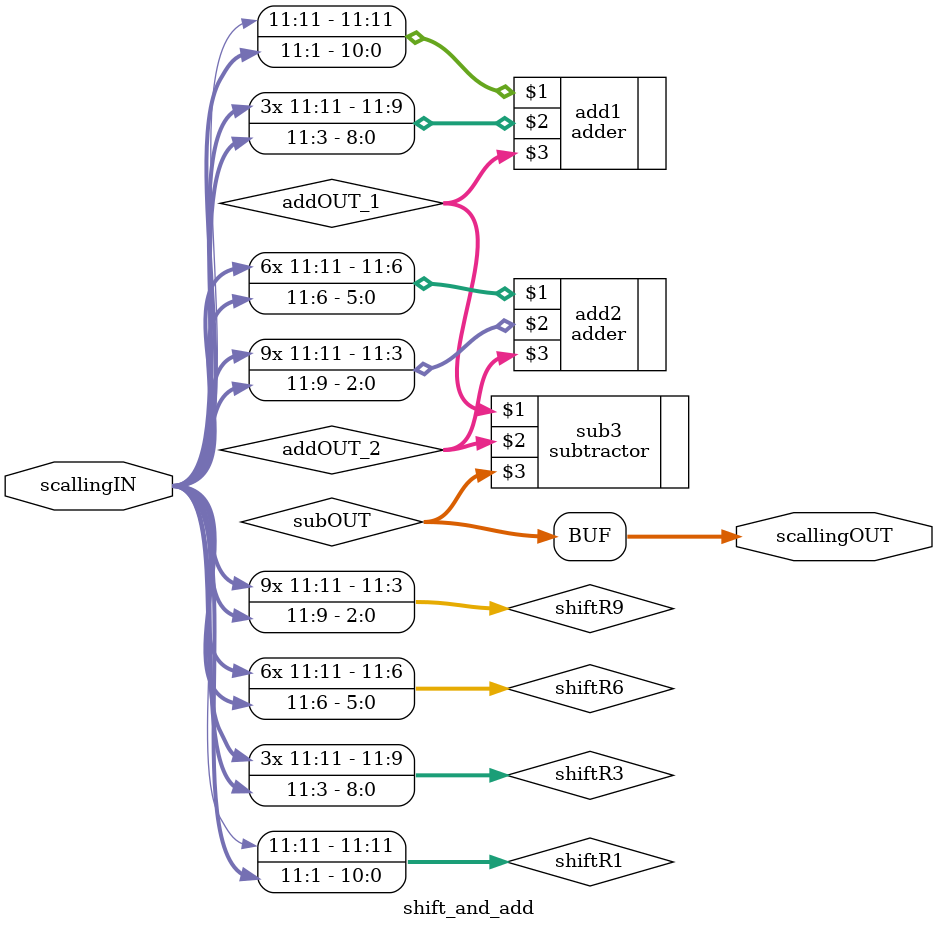
<source format=v>
`timescale 1ns / 1ps


module shift_and_add( scallingIN, scallingOUT );

    input signed [11:0] scallingIN;
    output wire signed [11:0] scallingOUT;
    
    wire signed [11:0] shiftR1;
    wire signed [11:0] shiftR3;
    wire signed [11:0] shiftR6;
    wire signed [11:0] shiftR9;
    wire signed [11:0] addOUT_1;
    wire signed [11:0] addOUT_2;
    wire signed [11:0] subOUT;
    
    assign shiftR1 = scallingIN >>> 1;
    assign shiftR3 = scallingIN >>> 3;
    assign shiftR6 = scallingIN >>> 6;
    assign shiftR9 = scallingIN >>> 9;
    
    adder add1(shiftR1, shiftR3, addOUT_1);
    adder add2(shiftR6, shiftR9, addOUT_2);
    subtractor sub3(addOUT_1, addOUT_2, subOUT);
    
    assign scallingOUT = subOUT;
endmodule

</source>
